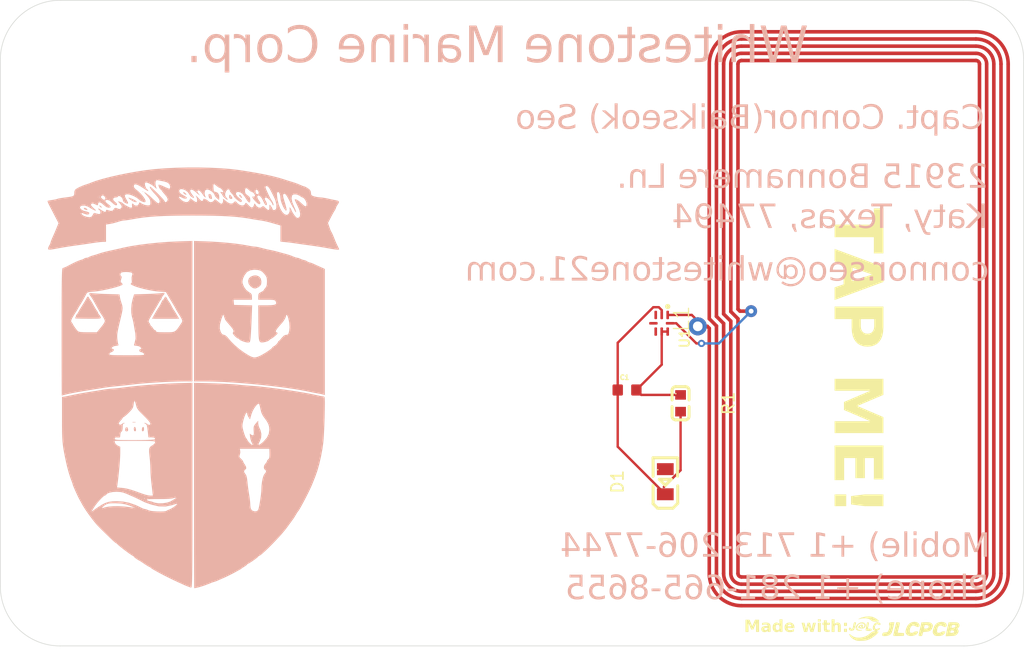
<source format=kicad_pcb>
(kicad_pcb (version 20241229) (generator "pcbnew") (generator_version "9.0")
  (layers (0 "F.Cu" signal) (2 "B.Cu" signal) (13 "F.Paste" user) (15 "B.Paste" user) (5 "F.SilkS" user "F.Silkscreen") (7 "B.SilkS" user "B.Silkscreen") (1 "F.Mask" user) (3 "B.Mask" user) (25 "Edge.Cuts" user))
  (net 0 "")
  (net 1 "Net-(U1-LB)")
  (net 2 "Net-(C1--)")
  (net 3 "Net-(C1-+)")
  (net 4 "Net-(D1-K)")
  (net 5 "Net-(U1-LA)")
  (footprint "nfc:25X48MM_NFC_ANTENNA" (layer "F.Cu") (at 154.696309 81.354231 90)
    (property "Reference" "L1" (at 0 -14.82005 90) (layer "F.SilkS") (effects (font (size 1.27 1.27) (thickness 0.1))))
    (property "Value" "10uH_5x5mm_1.0A" (hide yes))
    (fp_line (start -0.635 -13.462) (end -0.635 -13.335) (stroke (width 0.3)) (layer "F.Cu"))
    (fp_line (start -0.635 -13.335) (end -0.635 -12.6649) (stroke (width 0.3)) (layer "F.Cu"))
    (fp_line (start -0.635 -12.6649) (end -0.8001 -12.5001) (stroke (width 0.3)) (layer "F.Cu"))
    (fp_line (start 0 -12.5001) (end 21.2999 -12.5001) (stroke (width 0.3)) (layer "F.Cu"))
    (fp_line (start -0.8001 -12.5001) (end -21.2999 -12.5001) (stroke (width 0.3)) (layer "F.Cu"))
    (fp_line (start 0.1999 -11.8999) (end 21.2999 -11.8999) (stroke (width 0.3)) (layer "F.Cu"))
    (fp_line (start -0.5999 -11.8999) (end 0 -12.5001) (stroke (width 0.3)) (layer "F.Cu"))
    (fp_line (start -21.2999 -11.8999) (end -0.5999 -11.8999) (stroke (width 0.3)) (layer "F.Cu"))
    (fp_line (start 0.4 -11.3) (end 21.2999 -11.3) (stroke (width 0.3)) (layer "F.Cu"))
    (fp_line (start -0.4 -11.3) (end 0.1999 -11.8999) (stroke (width 0.3)) (layer "F.Cu"))
    (fp_line (start -21.2999 -11.3) (end -0.4 -11.3) (stroke (width 0.3)) (layer "F.Cu"))
    (fp_line (start 0.5999 -10.7) (end 21.2999 -10.7) (stroke (width 0.3)) (layer "F.Cu"))
    (fp_line (start -0.1999 -10.7) (end 0.4 -11.3) (stroke (width 0.3)) (layer "F.Cu"))
    (fp_line (start -21.2999 -10.7) (end -0.1999 -10.7) (stroke (width 0.3)) (layer "F.Cu"))
    (fp_line (start 21.2999 -10.1001) (end 0.8001 -10.1001) (stroke (width 0.3)) (layer "F.Cu"))
    (fp_line (start 0.8001 -10.1001) (end 0.635 -9.935) (stroke (width 0.3)) (layer "F.Cu"))
    (fp_line (start 0 -10.1001) (end 0.5999 -10.7) (stroke (width 0.3)) (layer "F.Cu"))
    (fp_line (start -21.2999 -10.1001) (end 0 -10.1001) (stroke (width 0.3)) (layer "F.Cu"))
    (fp_line (start 0.635 -9.935) (end 0.635 -9.525) (stroke (width 0.3)) (layer "F.Cu"))
    (fp_line (start 24 -9.8001) (end 24 9.8001) (stroke (width 0.3)) (layer "F.Cu"))
    (fp_line (start 23.4 -9.8001) (end 23.4 9.8001) (stroke (width 0.3)) (layer "F.Cu"))
    (fp_line (start 22.8001 -9.8001) (end 22.8001 9.8001) (stroke (width 0.3)) (layer "F.Cu"))
    (fp_line (start 22.1999 -9.8001) (end 22.1999 9.8001) (stroke (width 0.3)) (layer "F.Cu"))
    (fp_line (start 21.5999 -9.8001) (end 21.5999 9.8001) (stroke (width 0.3)) (layer "F.Cu"))
    (fp_line (start -21.5999 -9.8001) (end -21.5999 9.8001) (stroke (width 0.3)) (layer "F.Cu"))
    (fp_line (start -22.1999 -9.8001) (end -22.1999 9.8001) (stroke (width 0.3)) (layer "F.Cu"))
    (fp_line (start -22.8001 -9.8001) (end -22.8001 9.8001) (stroke (width 0.3)) (layer "F.Cu"))
    (fp_line (start -23.4 -9.8001) (end -23.4 9.8001) (stroke (width 0.3)) (layer "F.Cu"))
    (fp_line (start -24 -9.8001) (end -24 9.8001) (stroke (width 0.3)) (layer "F.Cu"))
    (fp_line (start -21.2999 10.1001) (end 21.2999 10.1001) (stroke (width 0.3)) (layer "F.Cu"))
    (fp_line (start -21.2999 10.7) (end 21.2999 10.7) (stroke (width 0.3)) (layer "F.Cu"))
    (fp_line (start -21.2999 11.3) (end 21.2999 11.3) (stroke (width 0.3)) (layer "F.Cu"))
    (fp_line (start -21.2999 11.8999) (end 21.2999 11.8999) (stroke (width 0.3)) (layer "F.Cu"))
    (fp_line (start -21.2999 12.4998) (end 21.2999 12.4998) (stroke (width 0.3)) (layer "F.Cu"))
    (fp_arc (start 21.2999 -12.5001) (mid 23.209088 -11.709288) (end 24 -9.8001) (stroke (width 0.3)) (layer "F.Cu"))
    (fp_arc (start 21.2999 -11.8999) (mid 22.784789 -11.284901) (end 23.4 -9.8001) (stroke (width 0.3)) (layer "F.Cu"))
    (fp_arc (start 21.2999 -11.3) (mid 22.360683 -10.860796) (end 22.8001 -9.8001) (stroke (width 0.3)) (layer "F.Cu"))
    (fp_arc (start 21.2999 -10.7) (mid 21.936225 -10.436425) (end 22.1999 -9.8001) (stroke (width 0.3)) (layer "F.Cu"))
    (fp_arc (start 21.2999 -10.1001) (mid 21.512032 -10.012232) (end 21.5999 -9.8001) (stroke (width 0.3)) (layer "F.Cu"))
    (fp_arc (start -21.5999 -9.8001) (mid -21.512032 -10.012232) (end -21.2999 -10.1001) (stroke (width 0.3)) (layer "F.Cu"))
    (fp_arc (start -22.1999 -9.8001) (mid -21.936296 -10.436496) (end -21.2999 -10.7) (stroke (width 0.3)) (layer "F.Cu"))
    (fp_arc (start -22.8001 -9.8001) (mid -22.360683 -10.860796) (end -21.2999 -11.3) (stroke (width 0.3)) (layer "F.Cu"))
    (fp_arc (start -23.4 -9.8001) (mid -22.784789 -11.284901) (end -21.2999 -11.8999) (stroke (width 0.3)) (layer "F.Cu"))
    (fp_arc (start -24 -9.8001) (mid -23.209159 -11.709359) (end -21.2999 -12.5001) (stroke (width 0.3)) (layer "F.Cu"))
    (fp_arc (start 24 9.8001) (mid 23.209159 11.709359) (end 21.2999 12.5001) (stroke (width 0.3)) (layer "F.Cu"))
    (fp_arc (start 23.4 9.8001) (mid 22.784789 11.284901) (end 21.2999 11.8999) (stroke (width 0.3)) (layer "F.Cu"))
    (fp_arc (start 22.8001 9.8001) (mid 22.360683 10.860796) (end 21.2999 11.3) (stroke (width 0.3)) (layer "F.Cu"))
    (fp_arc (start 22.1999 9.8001) (mid 21.936296 10.436496) (end 21.2999 10.7) (stroke (width 0.3)) (layer "F.Cu"))
    (fp_arc (start 21.5999 9.8001) (mid 21.512032 10.012232) (end 21.2999 10.1001) (stroke (width 0.3)) (layer "F.Cu"))
    (fp_arc (start -21.2999 10.1001) (mid -21.512032 10.012232) (end -21.5999 9.8001) (stroke (width 0.3)) (layer "F.Cu"))
    (fp_arc (start -21.2999 10.7) (mid -21.936225 10.436425) (end -22.1999 9.8001) (stroke (width 0.3)) (layer "F.Cu"))
    (fp_arc (start -21.2999 11.3) (mid -22.360683 10.860796) (end -22.8001 9.8001) (stroke (width 0.3)) (layer "F.Cu"))
    (fp_arc (start -21.2999 11.8999) (mid -22.784789 11.284901) (end -23.4 9.8001) (stroke (width 0.3)) (layer "F.Cu"))
    (fp_arc (start -21.2999 12.5001) (mid -23.209088 11.709288) (end -24 9.8001) (stroke (width 0.3)) (layer "F.Cu"))
    (pad "1" thru_hole circle (at -0.635 -13.462 90) (size 1.5 1.5) (drill 0.8) (layers "*.Cu" "*.Mask") (net 5 "Net-(U1-LA)"))
    (pad "1" thru_hole circle (at -0.635 -13.462 90) (size 1.5 1.5) (drill 0.8) (layers "*.Cu" "*.Mask") (net 5 "Net-(U1-LA)"))
    (pad "2" thru_hole oval (at 0.635 -9 90) (size 1 1) (drill 0.4) (layers "*.Cu" "*.Mask") (net 1 "Net-(U1-LB)"))
    (pad "P$1" smd rect (at -0.635 -13.335 180) (size 0.7501 0.3) (layers "F.Cu" "F.Mask" "F.Paste"))
  )
  (footprint "nfc:C0603" (layer "F.Cu") (at 139.796309 88.424231 -90)
    (property "Reference" "R1" (at 0 -4 90) (layer "F.SilkS"))
    (property "Value" "R_1206")
    (pad "1" smd rect (at -0.7 0 270) (size 0.8 0.9) (layers "F.Cu" "F.Mask" "F.Paste") (net 2 "Net-(C1--)"))
    (pad "2" smd rect (at 0.7 0 270) (size 0.8 0.9) (layers "F.Cu" "F.Mask" "F.Paste") (net 4 "Net-(D1-K)"))
  )
  (footprint "nfc:QFN8P50_160X160X50L40X20N" (layer "F.Cu") (at 138.218051 81.734097 -90)
    (property "Reference" "U1" (at 1.271505 -1.915285 90) (layer "F.SilkS") (effects (font (size 0.800953 0.800953))))
    (property "Value" "NT3H2111W0FHKH")
    (pad "1" smd roundrect (at -0.695 -0.5 270) (size 0.71 0.22) (layers "F.Cu" "F.Mask" "F.Paste") (roundrect_rratio 0.27) (net 5 "Net-(U1-LA)"))
    (pad "2" smd roundrect (at -0.695 0 270) (size 0.71 0.22) (layers "F.Cu" "F.Mask" "F.Paste") (roundrect_rratio 0.27) (net 3 "Net-(C1-+)"))
    (pad "3" smd roundrect (at -0.695 0.5 270) (size 0.7 0.22) (layers "F.Cu" "F.Mask" "F.Paste") (roundrect_rratio 0.27))
    (pad "4" smd roundrect (at 0 0.695 270) (size 0.22 0.7) (layers "F.Cu" "F.Mask" "F.Paste") (roundrect_rratio 0.27))
    (pad "5" smd roundrect (at 0.695 0.5 270) (size 0.7 0.22) (layers "F.Cu" "F.Mask" "F.Paste") (roundrect_rratio 0.27))
    (pad "6" smd roundrect (at 0.695 0 270) (size 0.7 0.22) (layers "F.Cu" "F.Mask" "F.Paste") (roundrect_rratio 0.27) (net 2 "Net-(C1--)"))
    (pad "7" smd roundrect (at 0.695 -0.5 270) (size 0.7 0.22) (layers "F.Cu" "F.Mask" "F.Paste") (roundrect_rratio 0.27) (net 2 "Net-(C1--)"))
    (pad "8" smd roundrect (at 0 -0.695 270) (size 0.22 0.7) (layers "F.Cu" "F.Mask" "F.Paste") (roundrect_rratio 0.27) (net 1 "Net-(U1-LB)"))
  )
  (footprint "nfc:LED0805-R-RD" (layer "F.Cu") (at 138.518051 94.984097 90)
    (property "Reference" "D1" (at 0 -4 90) (layer "F.SilkS"))
    (property "Value" "LED")
    (pad "1" smd rect (at 1.05 0 270) (size 1 1.4) (layers "F.Cu" "F.Mask" "F.Paste") (net 4 "Net-(D1-K)"))
    (pad "2" smd rect (at -1.05 0 270) (size 1 1.4) (layers "F.Cu" "F.Mask" "F.Paste") (net 3 "Net-(C1-+)"))
  )
  (footprint "nfc:CAPC1608X90N" (layer "F.Cu") (at 135.318051 87.314097)
    (property "Reference" "C1" (at -0.21 -1.05 0) (layer "F.SilkS") (effects (font (size 0.393701 0.393701) (thickness 0.098425))))
    (property "Value" "C")
    (pad "1" smd roundrect (at -0.78 0) (size 0.87 0.93) (layers "F.Cu" "F.Mask" "F.Paste") (roundrect_rratio 0.125) (net 3 "Net-(C1-+)"))
    (pad "2" smd roundrect (at 0.78 0) (size 0.87 0.93) (layers "F.Cu" "F.Mask" "F.Paste") (roundrect_rratio 0.125) (net 2 "Net-(C1--)"))
  )
  (footprint "nfc:jlcpcb" (layer "F.Cu") (at 158.496309 107.319231)
    (property "Reference" "G***" (hide yes))
    (property "Value" "LOGO" (hide yes))
  )
  (footprint "nfcactual:co" (layer "B.Cu") (at 99 86 180)
    (property "Reference" "G***" (hide yes))
    (property "Value" "LOGO" (hide yes))
  )
  (gr_line (start 87.896309 108.719231) (end 163.496309 108.719231) (stroke (width 0.05)) (layer "Edge.Cuts"))
  (gr_arc (start 87.9 108.72) (mid 84.364466 107.255534) (end 82.9 103.72) (stroke (width 0.05)) (layer "Edge.Cuts"))
  (gr_arc (start 82.896309 59.719231) (mid 84.360775 56.183697) (end 87.896309 54.719231) (stroke (width 0.05)) (layer "Edge.Cuts"))
  (gr_line (start 163.496309 54.719231) (end 87.896309 54.719231) (stroke (width 0.05)) (layer "Edge.Cuts"))
  (gr_arc (start 163.496309 54.719231) (mid 167.031843 56.183697) (end 168.496309 59.719231) (stroke (width 0.05)) (layer "Edge.Cuts"))
  (gr_line (start 82.896309 59.719231) (end 82.896309 103.719231) (stroke (width 0.05)) (layer "Edge.Cuts"))
  (gr_arc (start 168.496309 103.719231) (mid 167.031843 107.254765) (end 163.496309 108.719231) (stroke (width 0.05)) (layer "Edge.Cuts"))
  (gr_line (start 168.496309 103.719231) (end 168.496309 59.719231) (stroke (width 0.05)) (layer "Edge.Cuts"))
  (gr_text "TAP ME!" (at 152 72.1 270) (layer "F.SilkS") (effects (font (size 4 4) (thickness 0.1)) (justify left bottom)))
  (gr_text "Made with:" (at 145.096309 107.719231 0) (layer "F.SilkS") (effects (font (size 1 1) (thickness 0.2) (bold yes)) (justify left bottom)))
  (gr_text "23915 Bonnamere Ln.\nKaty, Texas, 77494\n" (at 165.5 74.1 -0) (layer "B.SilkS") (effects (font (size 2 2) (thickness 0.1)) (justify left bottom mirror)))
  (gr_text "connor.seo@whitestone21.com\n" (at 165.6 78.5 -0) (layer "B.SilkS") (effects (font (size 2 2) (thickness 0.1)) (justify left bottom mirror)))
  (gr_text "Whitestone Marine Corp.\n" (at 150.5 60.4 0) (layer "B.SilkS") (effects (font (size 3 3) (thickness 0.1)) (justify left bottom mirror)))
  (gr_text "Mobile) +1 713-206-7744\n" (at 165.7 101.6 -0) (layer "B.SilkS") (effects (font (size 2 2) (thickness 0.1)) (justify left bottom mirror)))
  (gr_text "Capt. Connor(Baikseok) Seo\n" (at 165.2 65.8 -0) (layer "B.SilkS") (effects (font (size 2 2) (thickness 0.1)) (justify left bottom mirror)))
  (gr_text "Phone) +1 281-665-8655\n\n" (at 165.6 108.5 -0) (layer "B.SilkS") (effects (font (size 2 2) (thickness 0.1)) (justify left bottom mirror)))
  (segment (start 141.546209 83.419231) (end 141.119231 83.419231) (width 0.2) (layer "F.Cu") (net 1))
  (segment (start 139.434097 81.734097) (end 138.913051 81.734097) (width 0.2) (layer "F.Cu") (net 1))
  (segment (start 141.119231 83.419231) (end 139.434097 81.734097) (width 0.2) (layer "F.Cu") (net 1))
  (via (at 141.546209 83.419231) (size 0.6) (drill 0.3) (layers "F.Cu" "B.Cu") (net 1))
  (segment (start 142.996309 83.419231) (end 145.696309 80.719231) (width 0.2) (layer "B.Cu") (net 1))
  (segment (start 141.546209 83.419231) (end 142.996309 83.419231) (width 0.2) (layer "B.Cu") (net 1))
  (segment (start 138.218051 85.194097) (end 138.218051 82.429097) (width 0.2) (layer "F.Cu") (net 2))
  (segment (start 139.796309 87.724231) (end 136.508185 87.724231) (width 0.2) (layer "F.Cu") (net 2))
  (segment (start 138.218051 82.429097) (end 138.718051 82.429097) (width 0.2) (layer "F.Cu") (net 2))
  (segment (start 136.508185 87.724231) (end 136.098051 87.314097) (width 0.2) (layer "F.Cu") (net 2))
  (segment (start 136.098051 87.314097) (end 138.218051 85.194097) (width 0.2) (layer "F.Cu") (net 2))
  (segment (start 134.538051 83.366567) (end 137.516521 80.388097) (width 0.2) (layer "F.Cu") (net 3))
  (segment (start 138.218051 80.634097) (end 137.972051 80.388097) (width 0.2) (layer "F.Cu") (net 3))
  (segment (start 138.518051 96.034097) (end 134.538051 92.054097) (width 0.2) (layer "F.Cu") (net 3))
  (segment (start 134.538051 92.054097) (end 134.538051 87.314097) (width 0.2) (layer "F.Cu") (net 3))
  (segment (start 138.218051 81.039097) (end 138.218051 80.634097) (width 0.2) (layer "F.Cu") (net 3))
  (segment (start 134.538051 87.314097) (end 134.538051 83.366567) (width 0.2) (layer "F.Cu") (net 3))
  (segment (start 137.516521 80.388097) (end 137.972051 80.388097) (width 0.2) (layer "F.Cu") (net 3))
  (segment (start 139.796309 94.024231) (end 138.396309 95.424231) (width 0.2) (layer "F.Cu") (net 4))
  (segment (start 139.796309 89.124231) (end 139.796309 94.024231) (width 0.2) (layer "F.Cu") (net 4))
  (segment (start 138.718051 81.039097) (end 140.735175 81.039097) (width 0.2) (layer "F.Cu") (net 5))
  (segment (start 140.735175 81.039097) (end 141.234309 81.538231) (width 0.2) (layer "F.Cu") (net 5))
  (segment (start 141.610309 82.529231) (end 141.634309 82.505231) (width 0.2) (layer "F.Cu") (net 5))
)
</source>
